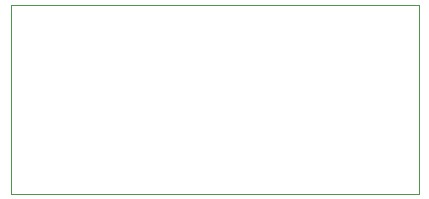
<source format=gbr>
%TF.GenerationSoftware,KiCad,Pcbnew,5.1.10-88a1d61d58~89~ubuntu21.04.1*%
%TF.CreationDate,2021-07-10T21:48:55+08:00*%
%TF.ProjectId,ST_Link_V2.1,53545f4c-696e-46b5-9f56-322e312e6b69,rev?*%
%TF.SameCoordinates,Original*%
%TF.FileFunction,Profile,NP*%
%FSLAX46Y46*%
G04 Gerber Fmt 4.6, Leading zero omitted, Abs format (unit mm)*
G04 Created by KiCad (PCBNEW 5.1.10-88a1d61d58~89~ubuntu21.04.1) date 2021-07-10 21:48:55*
%MOMM*%
%LPD*%
G01*
G04 APERTURE LIST*
%TA.AperFunction,Profile*%
%ADD10C,0.050000*%
%TD*%
G04 APERTURE END LIST*
D10*
X56642000Y-91948000D02*
X56642000Y-75946000D01*
X91186000Y-91948000D02*
X56642000Y-91948000D01*
X91186000Y-75946000D02*
X91186000Y-91948000D01*
X56642000Y-75946000D02*
X91186000Y-75946000D01*
M02*

</source>
